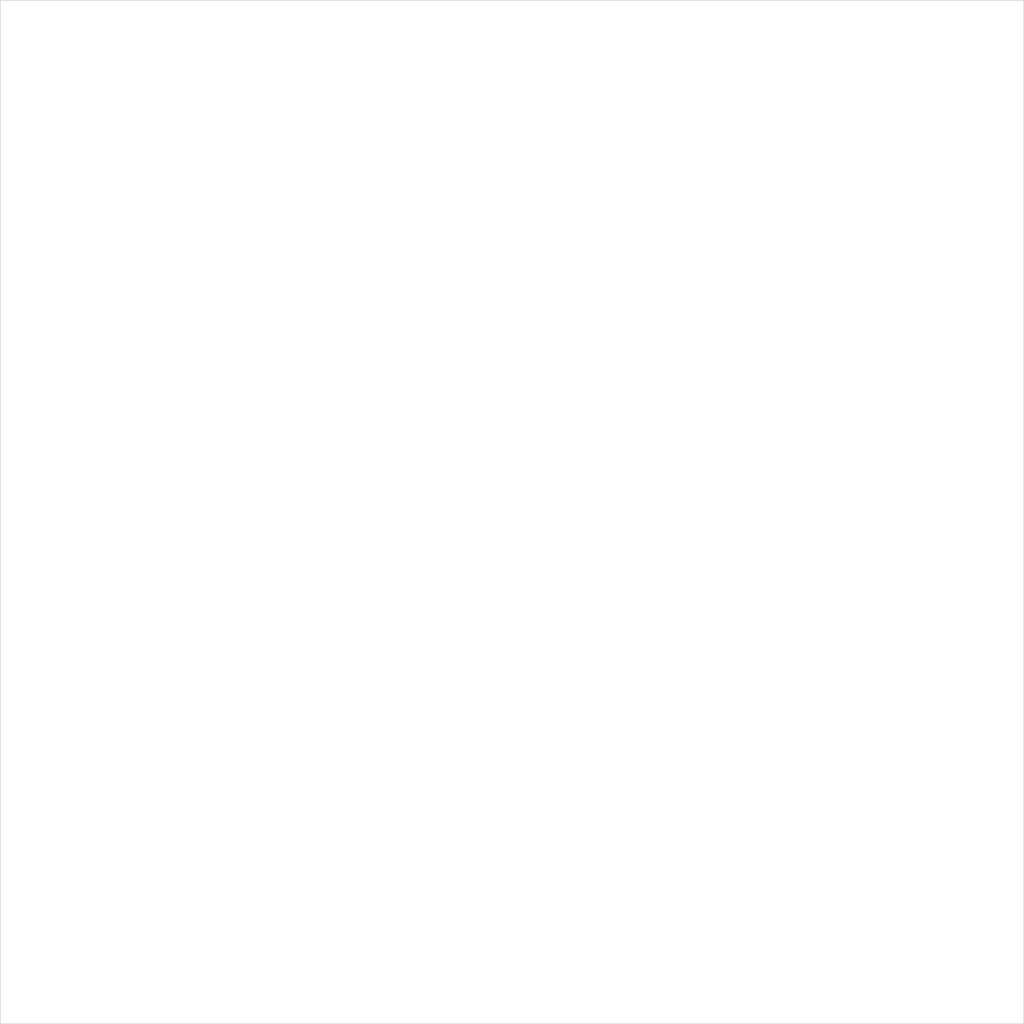
<source format=kicad_pcb>
(kicad_pcb (version 20171130) (host pcbnew "(5.0.2)-1")

  (general
    (thickness 1.6)
    (drawings 4)
    (tracks 0)
    (zones 0)
    (modules 0)
    (nets 1)
  )

  (page A3)
  (layers
    (0 F.Cu signal)
    (31 B.Cu signal)
    (32 B.Adhes user)
    (33 F.Adhes user)
    (34 B.Paste user)
    (35 F.Paste user)
    (36 B.SilkS user)
    (37 F.SilkS user)
    (38 B.Mask user)
    (39 F.Mask user)
    (40 Dwgs.User user)
    (41 Cmts.User user)
    (42 Eco1.User user)
    (43 Eco2.User user)
    (44 Edge.Cuts user)
    (45 Margin user)
    (46 B.CrtYd user)
    (47 F.CrtYd user)
    (48 B.Fab user)
    (49 F.Fab user)
  )

  (setup
    (last_trace_width 0.25)
    (trace_clearance 0.2)
    (zone_clearance 0.508)
    (zone_45_only no)
    (trace_min 0.2)
    (segment_width 0.2)
    (edge_width 0.15)
    (via_size 0.8)
    (via_drill 0.4)
    (via_min_size 0.4)
    (via_min_drill 0.3)
    (uvia_size 0.3)
    (uvia_drill 0.1)
    (uvias_allowed no)
    (uvia_min_size 0.2)
    (uvia_min_drill 0.1)
    (pcb_text_width 0.3)
    (pcb_text_size 1.5 1.5)
    (mod_edge_width 0.15)
    (mod_text_size 1 1)
    (mod_text_width 0.15)
    (pad_size 1.524 1.524)
    (pad_drill 0.762)
    (pad_to_mask_clearance 0.051)
    (solder_mask_min_width 0.25)
    (aux_axis_origin 0 0)
    (visible_elements FFFFFF7F)
    (pcbplotparams
      (layerselection 0x010fc_ffffffff)
      (usegerberextensions false)
      (usegerberattributes false)
      (usegerberadvancedattributes false)
      (creategerberjobfile false)
      (excludeedgelayer true)
      (linewidth 0.100000)
      (plotframeref false)
      (viasonmask false)
      (mode 1)
      (useauxorigin false)
      (hpglpennumber 1)
      (hpglpenspeed 20)
      (hpglpendiameter 15.000000)
      (psnegative false)
      (psa4output false)
      (plotreference true)
      (plotvalue true)
      (plotinvisibletext false)
      (padsonsilk false)
      (subtractmaskfromsilk false)
      (outputformat 1)
      (mirror false)
      (drillshape 1)
      (scaleselection 1)
      (outputdirectory ""))
  )

  (net 0 "")

  (net_class Default "This is the default net class."
    (clearance 0.2)
    (trace_width 0.25)
    (via_dia 0.8)
    (via_drill 0.4)
    (uvia_dia 0.3)
    (uvia_drill 0.1)
  )

  (gr_line (start 15.24 260.35) (end 15.24 25.4) (layer Edge.Cuts) (width 0.15))
  (gr_line (start 250.19 260.35) (end 15.24 260.35) (layer Edge.Cuts) (width 0.15))
  (gr_line (start 250.19 25.4) (end 250.19 260.35) (layer Edge.Cuts) (width 0.15))
  (gr_line (start 15.24 25.4) (end 250.19 25.4) (layer Edge.Cuts) (width 0.15))

)

</source>
